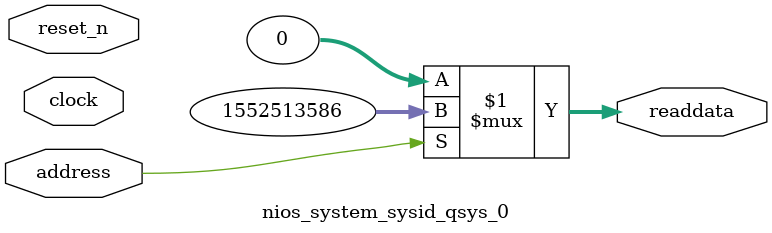
<source format=v>



// synthesis translate_off
`timescale 1ns / 1ps
// synthesis translate_on

// turn off superfluous verilog processor warnings 
// altera message_level Level1 
// altera message_off 10034 10035 10036 10037 10230 10240 10030 

module nios_system_sysid_qsys_0 (
               // inputs:
                address,
                clock,
                reset_n,

               // outputs:
                readdata
             )
;

  output  [ 31: 0] readdata;
  input            address;
  input            clock;
  input            reset_n;

  wire    [ 31: 0] readdata;
  //control_slave, which is an e_avalon_slave
  assign readdata = address ? 1552513586 : 0;

endmodule



</source>
